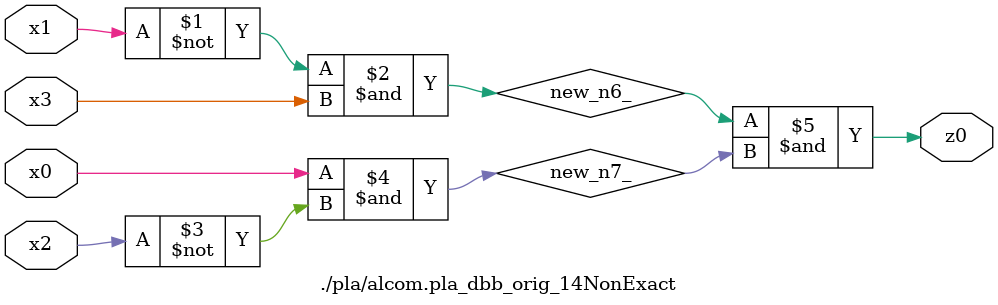
<source format=v>

module \./pla/alcom.pla_dbb_orig_14NonExact  ( 
    x0, x1, x2, x3,
    z0  );
  input  x0, x1, x2, x3;
  output z0;
  wire new_n6_, new_n7_;
  assign new_n6_ = ~x1 & x3;
  assign new_n7_ = x0 & ~x2;
  assign z0 = new_n6_ & new_n7_;
endmodule



</source>
